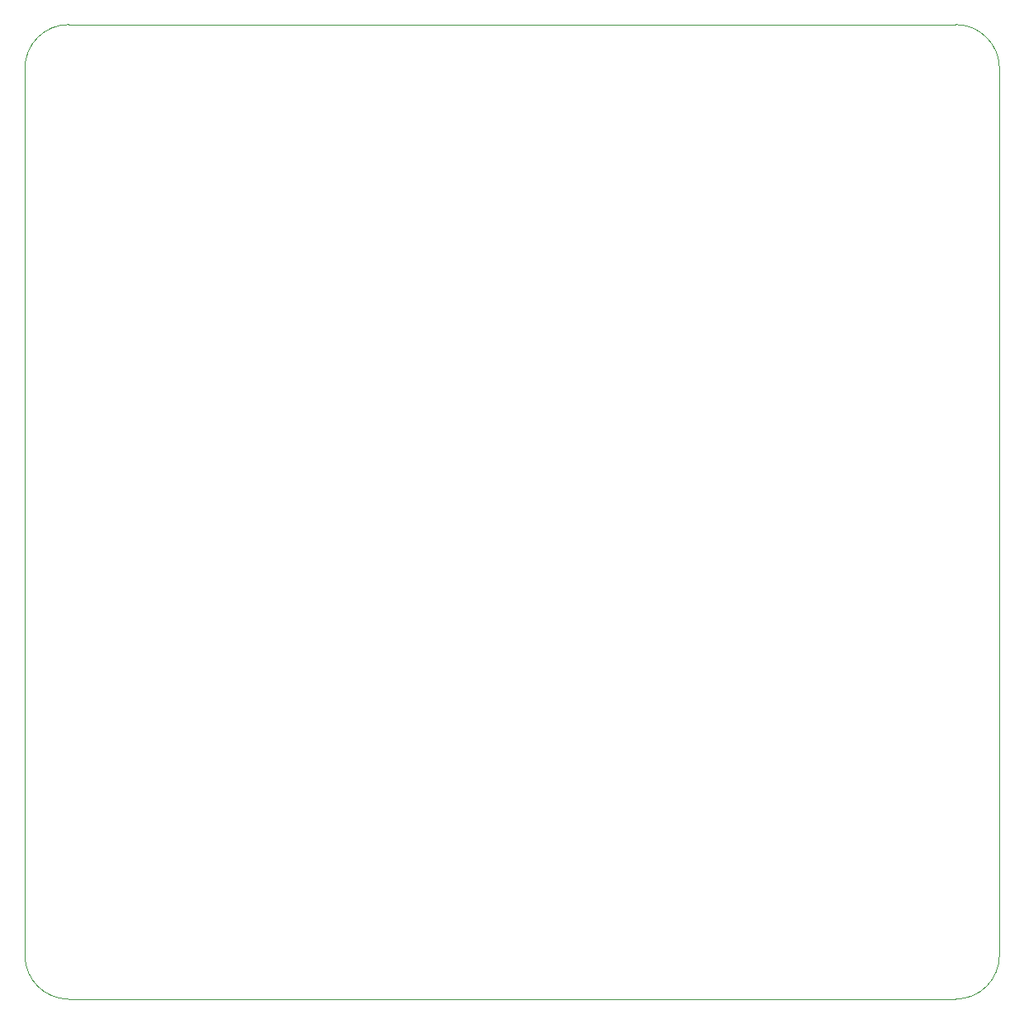
<source format=gm1>
G04 #@! TF.GenerationSoftware,KiCad,Pcbnew,(5.1.8)-1*
G04 #@! TF.CreationDate,2021-07-13T16:05:27-03:00*
G04 #@! TF.ProjectId,Proyecto_Final,50726f79-6563-4746-9f5f-46696e616c2e,rev?*
G04 #@! TF.SameCoordinates,Original*
G04 #@! TF.FileFunction,Profile,NP*
%FSLAX46Y46*%
G04 Gerber Fmt 4.6, Leading zero omitted, Abs format (unit mm)*
G04 Created by KiCad (PCBNEW (5.1.8)-1) date 2021-07-13 16:05:27*
%MOMM*%
%LPD*%
G01*
G04 APERTURE LIST*
G04 #@! TA.AperFunction,Profile*
%ADD10C,0.100000*%
G04 #@! TD*
G04 APERTURE END LIST*
D10*
X74500000Y-150000000D02*
G75*
G02*
X70000000Y-145500000I0J4500000D01*
G01*
X170000000Y-145500000D02*
G75*
G02*
X165500000Y-150000000I-4500000J0D01*
G01*
X165500000Y-50000000D02*
G75*
G02*
X170000000Y-54500000I0J-4500000D01*
G01*
X70000000Y-54500000D02*
G75*
G02*
X74500000Y-50000000I4500000J0D01*
G01*
X70000000Y-54500000D02*
X70000000Y-145500000D01*
X165500000Y-50000000D02*
X74500000Y-50000000D01*
X170000000Y-145500000D02*
X170000000Y-54500000D01*
X74500000Y-150000300D02*
X165500000Y-150000000D01*
M02*

</source>
